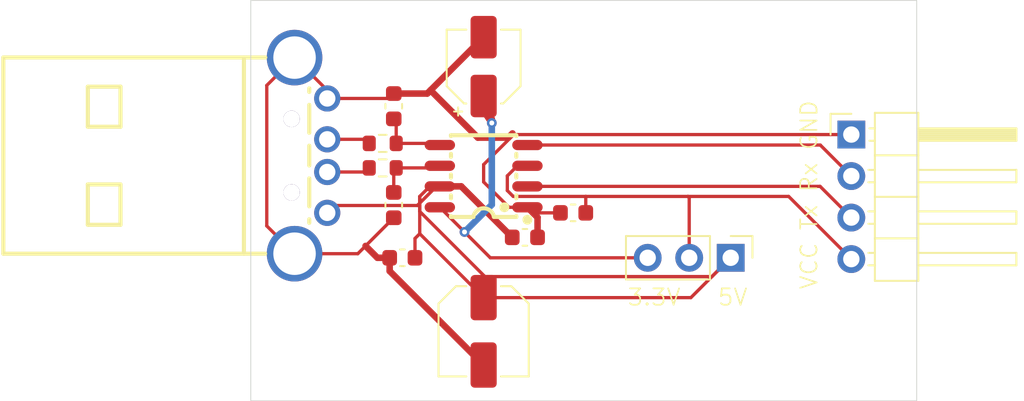
<source format=kicad_pcb>
(kicad_pcb (version 20240108) (generator "pcbnew") (generator_version "8.0")
  (layers (0 "F.Cu" signal) (31 "B.Cu" signal) (34 "B.Paste" user) (35 "F.Paste" user) (36 "B.SilkS" user "B.Silkscreen") (37 "F.SilkS" user "F.Silkscreen") (38 "B.Mask" user) (39 "F.Mask" user) (44 "Edge.Cuts" user))
  (net 0 "")
  (net 1 "GND")
  (net 2 "VCC")
  (net 3 "Net-(J1-Pin_4)")
  (net 4 "V33")
  (net 5 "D+")
  (net 6 "D-")
  (net 7 "RX")
  (net 8 "TX")
  (net 9 "Net-(USB1-D+)")
  (net 10 "Net-(USB1-D-)")
  (footprint "easyeda2kicad:SOP-8_L4.9-W3.9-P1.27-LS6.0-BL" (layer "F.Cu") (at 62.5 30 90)
    (property "Reference" "U2" (hide yes))
    (property "Value" "HT42B534-2")
    (fp_line (start 2.5 -2) (end 2.5 1.95) (stroke (width 0.25)) (layer "F.SilkS"))
    (fp_line (start 2.45 -2) (end 2.5 -2) (stroke (width 0.25)) (layer "F.SilkS"))
    (fp_line (start 1.18 -2) (end 1.36 -2) (stroke (width 0.25)) (layer "F.SilkS"))
    (fp_line (start -0.09 -2) (end 0.09 -2) (stroke (width 0.25)) (layer "F.SilkS"))
    (fp_line (start -1.36 -2) (end -1.18 -2) (stroke (width 0.25)) (layer "F.SilkS"))
    (fp_line (start -2.5 -2) (end -2.45 -2) (stroke (width 0.25)) (layer "F.SilkS"))
    (fp_line (start -2.5 -2) (end -2.5 -0.63) (stroke (width 0.25)) (layer "F.SilkS"))
    (fp_line (start 2.5 1.95) (end 2.45 2) (stroke (width 0.25)) (layer "F.SilkS"))
    (fp_line (start 2.45 2) (end 2.5 2) (stroke (width 0.25)) (layer "F.SilkS"))
    (fp_line (start 1.18 2) (end 1.36 2) (stroke (width 0.25)) (layer "F.SilkS"))
    (fp_line (start -0.09 2) (end 0.09 2) (stroke (width 0.25)) (layer "F.SilkS"))
    (fp_line (start -1.36 2) (end -1.18 2) (stroke (width 0.25)) (layer "F.SilkS"))
    (fp_line (start -2.5 2) (end -2.5 0.63) (stroke (width 0.25)) (layer "F.SilkS"))
    (fp_line (start -2.5 2) (end -2.45 2) (stroke (width 0.25)) (layer "F.SilkS"))
    (fp_arc (start -2.5 -0.63) (mid -1.970474 -0.002632) (end -2.494818 0.629073) (stroke (width 0.25)) (layer "F.SilkS"))
    (fp_circle (center -1.91 1.27) (end -1.76 1.27) (stroke (width 0.3)) (fill none) (layer "F.SilkS"))
    (fp_circle (center -2.67 2.68) (end -2.52 2.68) (stroke (width 0.3)) (fill none) (layer "F.SilkS"))
    (pad "1" smd oval (at -1.91 2.68 90) (size 0.63 1.86) (layers "F.Cu" "F.Paste" "F.Mask") (net 1 "GND"))
    (pad "2" smd oval (at -0.63 2.68 90) (size 0.63 1.86) (layers "F.Cu" "F.Paste" "F.Mask") (net 8 "TX"))
    (pad "3" smd oval (at 0.63 2.68 90) (size 0.63 1.86) (layers "F.Cu" "F.Paste" "F.Mask") (net 3 "Net-(J1-Pin_4)"))
    (pad "4" smd oval (at 1.9 2.68 90) (size 0.63 1.86) (layers "F.Cu" "F.Paste" "F.Mask") (net 7 "RX"))
    (pad "5" smd oval (at 1.9 -2.68 90) (size 0.63 1.86) (layers "F.Cu" "F.Paste" "F.Mask") (net 5 "D+"))
    (pad "6" smd oval (at 0.63 -2.68 90) (size 0.63 1.86) (layers "F.Cu" "F.Paste" "F.Mask") (net 6 "D-"))
    (pad "7" smd oval (at -0.63 -2.68 90) (size 0.63 1.86) (layers "F.Cu" "F.Paste" "F.Mask") (net 2 "VCC"))
    (pad "8" smd oval (at -1.91 -2.68 90) (size 0.63 1.86) (layers "F.Cu" "F.Paste" "F.Mask") (net 4 "V33"))
  )
  (footprint "Capacitor_SMD:C_0603_1608Metric" (layer "F.Cu") (at 57 31.775 -90)
    (property "Reference" "C7" (hide yes))
    (property "Value" "47pF")
    (fp_line (start -0.14058 0.51) (end 0.14058 0.51) (stroke (width 0.12)) (layer "F.SilkS"))
    (fp_line (start -0.14058 -0.51) (end 0.14058 -0.51) (stroke (width 0.12)) (layer "F.SilkS"))
    (pad "1" smd roundrect (at -0.775 0 270) (size 0.9 0.95) (layers "F.Cu" "F.Paste" "F.Mask") (net 6 "D-"))
    (pad "2" smd roundrect (at 0.775 0 270) (size 0.9 0.95) (layers "F.Cu" "F.Paste" "F.Mask") (net 1 "GND"))
  )
  (footprint "Capacitor_SMD:C_0603_1608Metric" (layer "F.Cu") (at 57.525 35 180)
    (property "Reference" "C4" (hide yes))
    (property "Value" "0.1uF")
    (fp_line (start -0.14058 0.51) (end 0.14058 0.51) (stroke (width 0.12)) (layer "F.SilkS"))
    (fp_line (start -0.14058 -0.51) (end 0.14058 -0.51) (stroke (width 0.12)) (layer "F.SilkS"))
    (pad "1" smd roundrect (at -0.775 0 180) (size 0.9 0.95) (layers "F.Cu" "F.Paste" "F.Mask") (net 2 "VCC"))
    (pad "2" smd roundrect (at 0.775 0 180) (size 0.9 0.95) (layers "F.Cu" "F.Paste" "F.Mask") (net 1 "GND"))
  )
  (footprint "Resistor_SMD:R_0603_1608Metric" (layer "F.Cu") (at 56.325 28)
    (property "Reference" "R3" (hide yes))
    (property "Value" "33")
    (fp_line (start -0.237258 -0.5225) (end 0.237258 -0.5225) (stroke (width 0.12)) (layer "F.SilkS"))
    (fp_line (start -0.237258 0.5225) (end 0.237258 0.5225) (stroke (width 0.12)) (layer "F.SilkS"))
    (pad "1" smd roundrect (at -0.825 0) (size 0.8 0.95) (layers "F.Cu" "F.Paste" "F.Mask") (net 9 "Net-(USB1-D+)"))
    (pad "2" smd roundrect (at 0.825 0) (size 0.8 0.95) (layers "F.Cu" "F.Paste" "F.Mask") (net 5 "D+"))
  )
  (footprint "Capacitor_SMD:C_0603_1608Metric" (layer "F.Cu") (at 65.025 33.75)
    (property "Reference" "C1" (hide yes))
    (property "Value" "0.1uF")
    (fp_line (start -0.14058 -0.51) (end 0.14058 -0.51) (stroke (width 0.12)) (layer "F.SilkS"))
    (fp_line (start -0.14058 0.51) (end 0.14058 0.51) (stroke (width 0.12)) (layer "F.SilkS"))
    (pad "1" smd roundrect (at -0.775 0) (size 0.9 0.95) (layers "F.Cu" "F.Paste" "F.Mask") (net 2 "VCC"))
    (pad "2" smd roundrect (at 0.775 0) (size 0.9 0.95) (layers "F.Cu" "F.Paste" "F.Mask") (net 1 "GND"))
  )
  (footprint "Capacitor_SMD:C_0603_1608Metric" (layer "F.Cu") (at 67.975 32.25 180)
    (property "Reference" "C2" (hide yes))
    (property "Value" "0.1uF")
    (fp_line (start -0.14058 0.51) (end 0.14058 0.51) (stroke (width 0.12)) (layer "F.SilkS"))
    (fp_line (start -0.14058 -0.51) (end 0.14058 -0.51) (stroke (width 0.12)) (layer "F.SilkS"))
    (pad "1" smd roundrect (at -0.775 0 180) (size 0.9 0.95) (layers "F.Cu" "F.Paste" "F.Mask") (net 3 "Net-(J1-Pin_4)"))
    (pad "2" smd roundrect (at 0.775 0 180) (size 0.9 0.95) (layers "F.Cu" "F.Paste" "F.Mask") (net 1 "GND"))
  )
  (footprint "easyeda2kicad:USB-AM-TH_AM90" (layer "F.Cu") (at 51.93 28.75 -90)
    (property "Reference" "USB1" (hide yes))
    (property "Value" "AM90")
    (fp_line (start -6.01 18.82) (end -6.01 2.79) (stroke (width 0.25)) (layer "F.SilkS"))
    (fp_line (start 6 18.82) (end -6.01 18.82) (stroke (width 0.25)) (layer "F.SilkS"))
    (fp_line (start 6 18.82) (end 6 2.8) (stroke (width 0.25)) (layer "F.SilkS"))
    (fp_line (start -4.22 13.65) (end -4.22 11.65) (stroke (width 0.25)) (layer "F.SilkS"))
    (fp_line (start -1.77 13.65) (end -4.22 13.65) (stroke (width 0.25)) (layer "F.SilkS"))
    (fp_line (start -1.77 13.65) (end -1.77 11.65) (stroke (width 0.25)) (layer "F.SilkS"))
    (fp_line (start 1.76 13.65) (end 4.23 13.65) (stroke (width 0.25)) (layer "F.SilkS"))
    (fp_line (start 1.76 13.65) (end 1.76 11.65) (stroke (width 0.25)) (layer "F.SilkS"))
    (fp_line (start 4.23 13.65) (end 4.23 11.65) (stroke (width 0.25)) (layer "F.SilkS"))
    (fp_line (start -4.22 11.65) (end -1.77 11.65) (stroke (width 0.25)) (layer "F.SilkS"))
    (fp_line (start 4.23 11.65) (end 1.76 11.65) (stroke (width 0.25)) (layer "F.SilkS"))
    (fp_line (start -6.01 4.1) (end 6 4.1) (stroke (width 0.25)) (layer "F.SilkS"))
    (fp_line (start -4.12 0.1) (end -3.9 0.1) (stroke (width 0.25)) (layer "F.SilkS"))
    (fp_line (start -3.11 0.1) (end -1.4 0.1) (stroke (width 0.25)) (layer "F.SilkS"))
    (fp_line (start -0.61 0.1) (end 0.6 0.1) (stroke (width 0.25)) (layer "F.SilkS"))
    (fp_line (start 1.39 0.1) (end 3.1 0.1) (stroke (width 0.25)) (layer "F.SilkS"))
    (fp_line (start 3.89 0.1) (end 4.11 0.1) (stroke (width 0.25)) (layer "F.SilkS"))
    (pad "" thru_hole circle (at -2.25 1.18 270) (size 1 1) (drill 1) (layers "*.Cu" "*.Mask"))
    (pad "" thru_hole circle (at 2.25 1.18 270) (size 1 1) (drill 1) (layers "*.Cu" "*.Mask"))
    (pad "1" thru_hole circle (at 3.5 -1 180) (size 1.6 1.6) (drill 0.999998) (layers "*.Cu" "*.Mask") (net 2 "VCC"))
    (pad "2" thru_hole circle (at 1 -1 180) (size 1.6 1.6) (drill 0.999998) (layers "*.Cu" "*.Mask") (net 10 "Net-(USB1-D-)"))
    (pad "3" thru_hole circle (at -1 -1 180) (size 1.6 1.6) (drill 0.999998) (layers "*.Cu" "*.Mask") (net 9 "Net-(USB1-D+)"))
    (pad "4" thru_hole circle (at -3.5 -1 180) (size 1.6 1.6) (drill 0.999998) (layers "*.Cu" "*.Mask") (net 1 "GND"))
    (pad "MH1" thru_hole circle (at 6 1 180) (size 3.4 3.4) (drill 2.599995) (layers "*.Cu" "*.Mask") (net 1 "GND"))
    (pad "MH2" thru_hole circle (at -6 1 180) (size 3.4 3.4) (drill 2.599995) (layers "*.Cu" "*.Mask") (net 1 "GND"))
  )
  (footprint "Capacitor_SMD:CP_Elec_4x5.4" (layer "F.Cu") (at 62.5 23.3 90)
    (property "Reference" "C3" (hide yes))
    (property "Value" "1uF")
    (fp_line (start 2.26 -2.26) (end 2.26 -1.06) (stroke (width 0.12)) (layer "F.SilkS"))
    (fp_line (start -1.195563 -2.26) (end 2.26 -2.26) (stroke (width 0.12)) (layer "F.SilkS"))
    (fp_line (start -2.75 -1.81) (end -2.75 -1.31) (stroke (width 0.12)) (layer "F.SilkS"))
    (fp_line (start -3 -1.56) (end -2.5 -1.56) (stroke (width 0.12)) (layer "F.SilkS"))
    (fp_line (start -2.26 -1.195563) (end -1.195563 -2.26) (stroke (width 0.12)) (layer "F.SilkS"))
    (fp_line (start -2.26 -1.195563) (end -2.26 -1.06) (stroke (width 0.12)) (layer "F.SilkS"))
    (fp_line (start -2.26 1.195563) (end -2.26 1.06) (stroke (width 0.12)) (layer "F.SilkS"))
    (fp_line (start -2.26 1.195563) (end -1.195563 2.26) (stroke (width 0.12)) (layer "F.SilkS"))
    (fp_line (start 2.26 2.26) (end 2.26 1.06) (stroke (width 0.12)) (layer "F.SilkS"))
    (fp_line (start -1.195563 2.26) (end 2.26 2.26) (stroke (width 0.12)) (layer "F.SilkS"))
    (pad "1" smd roundrect (at -1.8 0 90) (size 2.6 1.6) (layers "F.Cu" "F.Paste" "F.Mask") (roundrect_rratio 0.15625) (net 4 "V33"))
    (pad "2" smd roundrect (at 1.8 0 90) (size 2.6 1.6) (layers "F.Cu" "F.Paste" "F.Mask") (roundrect_rratio 0.15625) (net 1 "GND"))
  )
  (footprint "Connector_PinHeader_2.54mm:PinHeader_1x04_P2.54mm_Horizontal" (layer "F.Cu") (at 85 27.46)
    (property "Reference" "J1" (hide yes))
    (property "Value" "Conn_01x04")
    (fp_line (start -1.27 -1.27) (end 0 -1.27) (stroke (width 0.12)) (layer "F.SilkS"))
    (fp_line (start -1.27 0) (end -1.27 -1.27) (stroke (width 0.12)) (layer "F.SilkS"))
    (fp_line (start 1.042929 2.16) (end 1.44 2.16) (stroke (width 0.12)) (layer "F.SilkS"))
    (fp_line (start 1.042929 2.92) (end 1.44 2.92) (stroke (width 0.12)) (layer "F.SilkS"))
    (fp_line (start 1.042929 4.7) (end 1.44 4.7) (stroke (width 0.12)) (layer "F.SilkS"))
    (fp_line (start 1.042929 5.46) (end 1.44 5.46) (stroke (width 0.12)) (layer "F.SilkS"))
    (fp_line (start 1.042929 7.24) (end 1.44 7.24) (stroke (width 0.12)) (layer "F.SilkS"))
    (fp_line (start 1.042929 8) (end 1.44 8) (stroke (width 0.12)) (layer "F.SilkS"))
    (fp_line (start 1.11 -0.38) (end 1.44 -0.38) (stroke (width 0.12)) (layer "F.SilkS"))
    (fp_line (start 1.11 0.38) (end 1.44 0.38) (stroke (width 0.12)) (layer "F.SilkS"))
    (fp_line (start 1.44 -1.33) (end 1.44 8.95) (stroke (width 0.12)) (layer "F.SilkS"))
    (fp_line (start 1.44 1.27) (end 4.1 1.27) (stroke (width 0.12)) (layer "F.SilkS"))
    (fp_line (start 1.44 3.81) (end 4.1 3.81) (stroke (width 0.12)) (layer "F.SilkS"))
    (fp_line (start 1.44 6.35) (end 4.1 6.35) (stroke (width 0.12)) (layer "F.SilkS"))
    (fp_line (start 1.44 8.95) (end 4.1 8.95) (stroke (width 0.12)) (layer "F.SilkS"))
    (fp_line (start 4.1 -1.33) (end 1.44 -1.33) (stroke (width 0.12)) (layer "F.SilkS"))
    (fp_line (start 4.1 -0.38) (end 10.1 -0.38) (stroke (width 0.12)) (layer "F.SilkS"))
    (fp_line (start 4.1 -0.32) (end 10.1 -0.32) (stroke (width 0.12)) (layer "F.SilkS"))
    (fp_line (start 4.1 -0.2) (end 10.1 -0.2) (stroke (width 0.12)) (layer "F.SilkS"))
    (fp_line (start 4.1 -0.08) (end 10.1 -0.08) (stroke (width 0.12)) (layer "F.SilkS"))
    (fp_line (start 4.1 0.04) (end 10.1 0.04) (stroke (width 0.12)) (layer "F.SilkS"))
    (fp_line (start 4.1 0.16) (end 10.1 0.16) (stroke (width 0.12)) (layer "F.SilkS"))
    (fp_line (start 4.1 0.28) (end 10.1 0.28) (stroke (width 0.12)) (layer "F.SilkS"))
    (fp_line (start 4.1 2.16) (end 10.1 2.16) (stroke (width 0.12)) (layer "F.SilkS"))
    (fp_line (start 4.1 4.7) (end 10.1 4.7) (stroke (width 0.12)) (layer "F.SilkS"))
    (fp_line (start 4.1 7.24) (end 10.1 7.24) (stroke (width 0.12)) (layer "F.SilkS"))
    (fp_line (start 4.1 8.95) (end 4.1 -1.33) (stroke (width 0.12)) (layer "F.SilkS"))
    (fp_line (start 10.1 -0.38) (end 10.1 0.38) (stroke (width 0.12)) (layer "F.SilkS"))
    (fp_line (start 10.1 0.38) (end 4.1 0.38) (stroke (width 0.12)) (layer "F.SilkS"))
    (fp_line (start 10.1 2.16) (end 10.1 2.92) (stroke (width 0.12)) (layer "F.SilkS"))
    (fp_line (start 10.1 2.92) (end 4.1 2.92) (stroke (width 0.12)) (layer "F.SilkS"))
    (fp_line (start 10.1 4.7) (end 10.1 5.46) (stroke (width 0.12)) (layer "F.SilkS"))
    (fp_line (start 10.1 5.46) (end 4.1 5.46) (stroke (width 0.12)) (layer "F.SilkS"))
    (fp_line (start 10.1 7.24) (end 10.1 8) (stroke (width 0.12)) (layer "F.SilkS"))
    (fp_line (start 10.1 8) (end 4.1 8) (stroke (width 0.12)) (layer "F.SilkS"))
    (pad "1" thru_hole rect (at 0 0) (size 1.7 1.7) (drill 1) (layers "*.Cu" "*.Mask") (net 1 "GND"))
    (pad "2" thru_hole oval (at 0 2.54) (size 1.7 1.7) (drill 1) (layers "*.Cu" "*.Mask") (net 7 "RX"))
    (pad "3" thru_hole oval (at 0 5.08) (size 1.7 1.7) (drill 1) (layers "*.Cu" "*.Mask") (net 8 "TX"))
    (pad "4" thru_hole oval (at 0 7.62) (size 1.7 1.7) (drill 1) (layers "*.Cu" "*.Mask") (net 3 "Net-(J1-Pin_4)"))
  )
  (footprint "Capacitor_SMD:C_Elec_5x5.4" (layer "F.Cu") (at 62.5 39.5 -90)
    (property "Reference" "C5" (hide yes))
    (property "Value" "10uF")
    (fp_line (start -1.695563 2.76) (end 2.76 2.76) (stroke (width 0.12)) (layer "F.SilkS"))
    (fp_line (start 2.76 2.76) (end 2.76 1.06) (stroke (width 0.12)) (layer "F.SilkS"))
    (fp_line (start -2.76 1.695563) (end -1.695563 2.76) (stroke (width 0.12)) (layer "F.SilkS"))
    (fp_line (start -2.76 1.695563) (end -2.76 1.06) (stroke (width 0.12)) (layer "F.SilkS"))
    (fp_line (start -2.76 -1.695563) (end -2.76 -1.06) (stroke (width 0.12)) (layer "F.SilkS"))
    (fp_line (start -2.76 -1.695563) (end -1.695563 -2.76) (stroke (width 0.12)) (layer "F.SilkS"))
    (fp_line (start -1.695563 -2.76) (end 2.76 -2.76) (stroke (width 0.12)) (layer "F.SilkS"))
    (fp_line (start 2.76 -2.76) (end 2.76 -1.06) (stroke (width 0.12)) (layer "F.SilkS"))
    (pad "1" smd roundrect (at -2.0625 0 270) (size 2.775 1.6) (layers "F.Cu" "F.Paste" "F.Mask") (roundrect_rratio 0.15625) (net 2 "VCC"))
    (pad "2" smd roundrect (at 2.0625 0 270) (size 2.775 1.6) (layers "F.Cu" "F.Paste" "F.Mask") (roundrect_rratio 0.15625) (net 1 "GND"))
  )
  (footprint "Resistor_SMD:R_0603_1608Metric" (layer "F.Cu") (at 56.325 29.5)
    (property "Reference" "R4" (hide yes))
    (property "Value" "33")
    (fp_line (start -0.237258 -0.5225) (end 0.237258 -0.5225) (stroke (width 0.12)) (layer "F.SilkS"))
    (fp_line (start -0.237258 0.5225) (end 0.237258 0.5225) (stroke (width 0.12)) (layer "F.SilkS"))
    (pad "1" smd roundrect (at -0.825 0) (size 0.8 0.95) (layers "F.Cu" "F.Paste" "F.Mask") (net 10 "Net-(USB1-D-)"))
    (pad "2" smd roundrect (at 0.825 0) (size 0.8 0.95) (layers "F.Cu" "F.Paste" "F.Mask") (net 6 "D-"))
  )
  (footprint "Connector_PinHeader_2.54mm:PinHeader_1x03_P2.54mm_Vertical" (layer "F.Cu") (at 77.62 35 -90)
    (property "Reference" "J2" (hide yes))
    (property "Value" "Conn_01x03")
    (fp_line (start -1.33 6.41) (end 1.33 6.41) (stroke (width 0.12)) (layer "F.SilkS"))
    (fp_line (start -1.33 1.27) (end -1.33 6.41) (stroke (width 0.12)) (layer "F.SilkS"))
    (fp_line (start -1.33 1.27) (end 1.33 1.27) (stroke (width 0.12)) (layer "F.SilkS"))
    (fp_line (start 1.33 1.27) (end 1.33 6.41) (stroke (width 0.12)) (layer "F.SilkS"))
    (fp_line (start -1.33 0) (end -1.33 -1.33) (stroke (width 0.12)) (layer "F.SilkS"))
    (fp_line (start -1.33 -1.33) (end 0 -1.33) (stroke (width 0.12)) (layer "F.SilkS"))
    (pad "1" thru_hole rect (at 0 0 270) (size 1.7 1.7) (drill 1) (layers "*.Cu" "*.Mask") (net 2 "VCC"))
    (pad "2" thru_hole oval (at 0 2.54 270) (size 1.7 1.7) (drill 1) (layers "*.Cu" "*.Mask") (net 3 "Net-(J1-Pin_4)"))
    (pad "3" thru_hole oval (at 0 5.08 270) (size 1.7 1.7) (drill 1) (layers "*.Cu" "*.Mask") (net 4 "V33"))
  )
  (footprint "Capacitor_SMD:C_0603_1608Metric" (layer "F.Cu") (at 57 25.725 90)
    (property "Reference" "C6" (hide yes))
    (property "Value" "47pF")
    (fp_line (start -0.14058 -0.51) (end 0.14058 -0.51) (stroke (width 0.12)) (layer "F.SilkS"))
    (fp_line (start -0.14058 0.51) (end 0.14058 0.51) (stroke (width 0.12)) (layer "F.SilkS"))
    (pad "1" smd roundrect (at -0.775 0 90) (size 0.9 0.95) (layers "F.Cu" "F.Paste" "F.Mask") (net 5 "D+"))
    (pad "2" smd roundrect (at 0.775 0 90) (size 0.9 0.95) (layers "F.Cu" "F.Paste" "F.Mask") (net 1 "GND"))
  )
  (gr_rect (start 48.25 19.25) (end 89 43.75) (stroke (width 0.05)) (fill none) (layer "Edge.Cuts"))
  (gr_text "VCC Tx Rx GND" (at 83 37 90) (layer "F.SilkS") (effects (font (size 1 1) (thickness 0.1)) (justify left bottom)))
  (gr_text "3.3V   5V" (at 71.25 38 0) (layer "F.SilkS") (effects (font (size 1 1) (thickness 0.1)) (justify left bottom)))
  (segment (start 67.2 32.25) (end 65.52 32.25) (width 0.2) (layer "F.Cu") (net 1))
  (segment (start 64.006208 27.647629) (end 64.264548 27.389289) (width 0.4) (layer "F.Cu") (net 1))
  (segment (start 59.25 24.75) (end 59.05 24.95) (width 0.4) (layer "F.Cu") (net 1))
  (segment (start 65.8 32.53) (end 65.18 31.91) (width 0.4) (layer "F.Cu") (net 1))
  (segment (start 56 35) (end 55.275 34.275) (width 0.4) (layer "F.Cu") (net 1))
  (segment (start 62.5 41.5625) (end 56.75 35.8125) (width 0.4) (layer "F.Cu") (net 1))
  (segment (start 65.52 32.25) (end 65.18 31.91) (width 0.2) (layer "F.Cu") (net 1))
  (segment (start 64.05 31.91) (end 65.18 31.91) (width 0.2) (layer "F.Cu") (net 1))
  (segment (start 56.7 25.25) (end 57 24.95) (width 0.2) (layer "F.Cu") (net 1))
  (segment (start 52.93 24.75) (end 52.93 25.25) (width 0.2) (layer "F.Cu") (net 1))
  (segment (start 64.335259 27.46) (end 62.5 29.295259) (width 0.2) (layer "F.Cu") (net 1))
  (segment (start 50.93 34.75) (end 49.23 33.05) (width 0.2) (layer "F.Cu") (net 1))
  (segment (start 57 32.55) (end 55.275 34.275) (width 0.2) (layer "F.Cu") (net 1))
  (segment (start 50.93 22.75) (end 52.93 24.75) (width 0.2) (layer "F.Cu") (net 1))
  (segment (start 52.93 25.25) (end 56.7 25.25) (width 0.2) (layer "F.Cu") (net 1))
  (segment (start 59.25 24.75) (end 62.147629 27.647629) (width 0.4) (layer "F.Cu") (net 1))
  (segment (start 49.23 24.45) (end 50.93 22.75) (width 0.2) (layer "F.Cu") (net 1))
  (segment (start 56.75 35) (end 56 35) (width 0.4) (layer "F.Cu") (net 1))
  (segment (start 56.75 35.8125) (end 56.75 35) (width 0.4) (layer "F.Cu") (net 1))
  (segment (start 65.8 33.75) (end 65.8 32.53) (width 0.4) (layer "F.Cu") (net 1))
  (segment (start 49.23 33.05) (end 49.23 24.45) (width 0.2) (layer "F.Cu") (net 1))
  (segment (start 85 27.46) (end 64.335259 27.46) (width 0.2) (layer "F.Cu") (net 1))
  (segment (start 62.5 21.5) (end 59.25 24.75) (width 0.4) (layer "F.Cu") (net 1))
  (segment (start 62.147629 27.647629) (end 64.006208 27.647629) (width 0.4) (layer "F.Cu") (net 1))
  (segment (start 59.05 24.95) (end 57 24.95) (width 0.4) (layer "F.Cu") (net 1))
  (segment (start 62.5 30.36) (end 64.05 31.91) (width 0.2) (layer "F.Cu") (net 1))
  (segment (start 62.5 29.295259) (end 62.5 30.36) (width 0.2) (layer "F.Cu") (net 1))
  (segment (start 54.8 34.75) (end 50.93 34.75) (width 0.2) (layer "F.Cu") (net 1))
  (segment (start 55.275 34.275) (end 54.8 34.75) (width 0.2) (layer "F.Cu") (net 1))
  (segment (start 58.497629 31.747629) (end 59.615258 30.63) (width 0.2) (layer "F.Cu") (net 2))
  (segment (start 59.205 30.63) (end 58.59 31.245) (width 0.2) (layer "F.Cu") (net 2))
  (segment (start 77.62 35) (end 76.47 36.15) (width 0.2) (layer "F.Cu") (net 2))
  (segment (start 58.445259 31.8) (end 58.497629 31.747629) (width 0.2) (layer "F.Cu") (net 2))
  (segment (start 59.82 30.63) (end 59.205 30.63) (width 0.2) (layer "F.Cu") (net 2))
  (segment (start 62.575259 36.15) (end 58.59 32.164741) (width 0.2) (layer "F.Cu") (net 2))
  (segment (start 64.25 33.75) (end 61.13 30.63) (width 0.4) (layer "F.Cu") (net 2))
  (segment (start 61.13 30.63) (end 59.82 30.63) (width 0.4) (layer "F.Cu") (net 2))
  (segment (start 75.1825 37.4375) (end 77.62 35) (width 0.2) (layer "F.Cu") (net 2))
  (segment (start 76.47 36.15) (end 62.575259 36.15) (width 0.2) (layer "F.Cu") (net 2))
  (segment (start 62.5 37.4375) (end 75.1825 37.4375) (width 0.2) (layer "F.Cu") (net 2))
  (segment (start 58.3 33.8175) (end 58.3 35) (width 0.2) (layer "F.Cu") (net 2))
  (segment (start 58.59 33.5275) (end 62.5 37.4375) (width 0.2) (layer "F.Cu") (net 2))
  (segment (start 59.615258 30.63) (end 59.82 30.63) (width 0.2) (layer "F.Cu") (net 2))
  (segment (start 58.59 32.164741) (end 58.59 31.245) (width 0.2) (layer "F.Cu") (net 2))
  (segment (start 58.59 31.245) (end 58.59 33.5275) (width 0.2) (layer "F.Cu") (net 2))
  (segment (start 58.59 33.5275) (end 58.3 33.8175) (width 0.2) (layer "F.Cu") (net 2))
  (segment (start 52.93 32.25) (end 53.38 31.8) (width 0.2) (layer "F.Cu") (net 2))
  (segment (start 53.38 31.8) (end 58.445259 31.8) (width 0.2) (layer "F.Cu") (net 2))
  (segment (start 64.565 29.37) (end 63.95 29.985) (width 0.2) (layer "F.Cu") (net 3))
  (segment (start 65.18 29.37) (end 64.565 29.37) (width 0.2) (layer "F.Cu") (net 3))
  (segment (start 63.95 29.985) (end 63.95 30.884741) (width 0.2) (layer "F.Cu") (net 3))
  (segment (start 68.75 32.25) (end 68.75 31.245) (width 0.2) (layer "F.Cu") (net 3))
  (segment (start 75 31.245) (end 81.165 31.245) (width 0.2) (layer "F.Cu") (net 3))
  (segment (start 75.08 35) (end 75.08 31.325) (width 0.2) (layer "F.Cu") (net 3))
  (segment (start 75.08 31.325) (end 75 31.245) (width 0.2) (layer "F.Cu") (net 3))
  (segment (start 68.75 31.245) (end 75 31.245) (width 0.2) (layer "F.Cu") (net 3))
  (segment (start 81.165 31.245) (end 85 35.08) (width 0.2) (layer "F.Cu") (net 3))
  (segment (start 63.95 30.884741) (end 64.310259 31.245) (width 0.2) (layer "F.Cu") (net 3))
  (segment (start 64.310259 31.245) (end 68.75 31.245) (width 0.2) (layer "F.Cu") (net 3))
  (segment (start 63 26.75) (end 63 26.5) (width 0.4) (layer "F.Cu") (net 4))
  (segment (start 62.5 26) (end 63 26.75) (width 0.4) (layer "F.Cu") (net 4))
  (segment (start 61.33 33.42) (end 59.82 31.91) (width 0.2) (layer "F.Cu") (net 4))
  (segment (start 62.5 25.1) (end 62.5 26) (width 0.4) (layer "F.Cu") (net 4))
  (segment (start 62.91 35) (end 61.33 33.42) (width 0.2) (layer "F.Cu") (net 4))
  (segment (start 72.54 35) (end 62.91 35) (width 0.2) (layer "F.Cu") (net 4))
  (via (at 63 26.75) (size 0.6) (drill 0.3) (layers "F.Cu" "B.Cu") (net 4))
  (via (at 61.33 33.42) (size 0.6) (drill 0.3) (layers "F.Cu" "B.Cu") (net 4))
  (segment (start 63 31.75) (end 61.33 33.42) (width 0.4) (layer "B.Cu") (net 4))
  (segment (start 63 26.75) (end 63 31.75) (width 0.4) (layer "B.Cu") (net 4))
  (segment (start 59.72 28) (end 59.82 28.1) (width 0.2) (layer "F.Cu") (net 5))
  (segment (start 57.15 28) (end 57.15 26.65) (width 0.2) (layer "F.Cu") (net 5))
  (segment (start 57.15 28) (end 59.72 28) (width 0.2) (layer "F.Cu") (net 5))
  (segment (start 57.15 26.65) (end 57 26.5) (width 0.2) (layer "F.Cu") (net 5))
  (segment (start 57 29.65) (end 57.15 29.5) (width 0.2) (layer "F.Cu") (net 6))
  (segment (start 57 31) (end 57 29.65) (width 0.2) (layer "F.Cu") (net 6))
  (segment (start 59.69 29.5) (end 59.82 29.37) (width 0.2) (layer "F.Cu") (net 6))
  (segment (start 57.15 29.5) (end 59.69 29.5) (width 0.2) (layer "F.Cu") (net 6))
  (segment (start 65.18 28.1) (end 83.1 28.1) (width 0.2) (layer "F.Cu") (net 7))
  (segment (start 83.1 28.1) (end 85 30) (width 0.2) (layer "F.Cu") (net 7))
  (segment (start 65.18 30.63) (end 83.09 30.63) (width 0.2) (layer "F.Cu") (net 8))
  (segment (start 83.09 30.63) (end 85 32.54) (width 0.2) (layer "F.Cu") (net 8))
  (segment (start 52.93 27.75) (end 55.25 27.75) (width 0.2) (layer "F.Cu") (net 9))
  (segment (start 55.25 27.75) (end 55.5 28) (width 0.2) (layer "F.Cu") (net 9))
  (segment (start 52.93 29.75) (end 55.25 29.75) (width 0.2) (layer "F.Cu") (net 10))
  (segment (start 55.25 29.75) (end 55.5 29.5) (width 0.2) (layer "F.Cu") (net 10))
)
</source>
